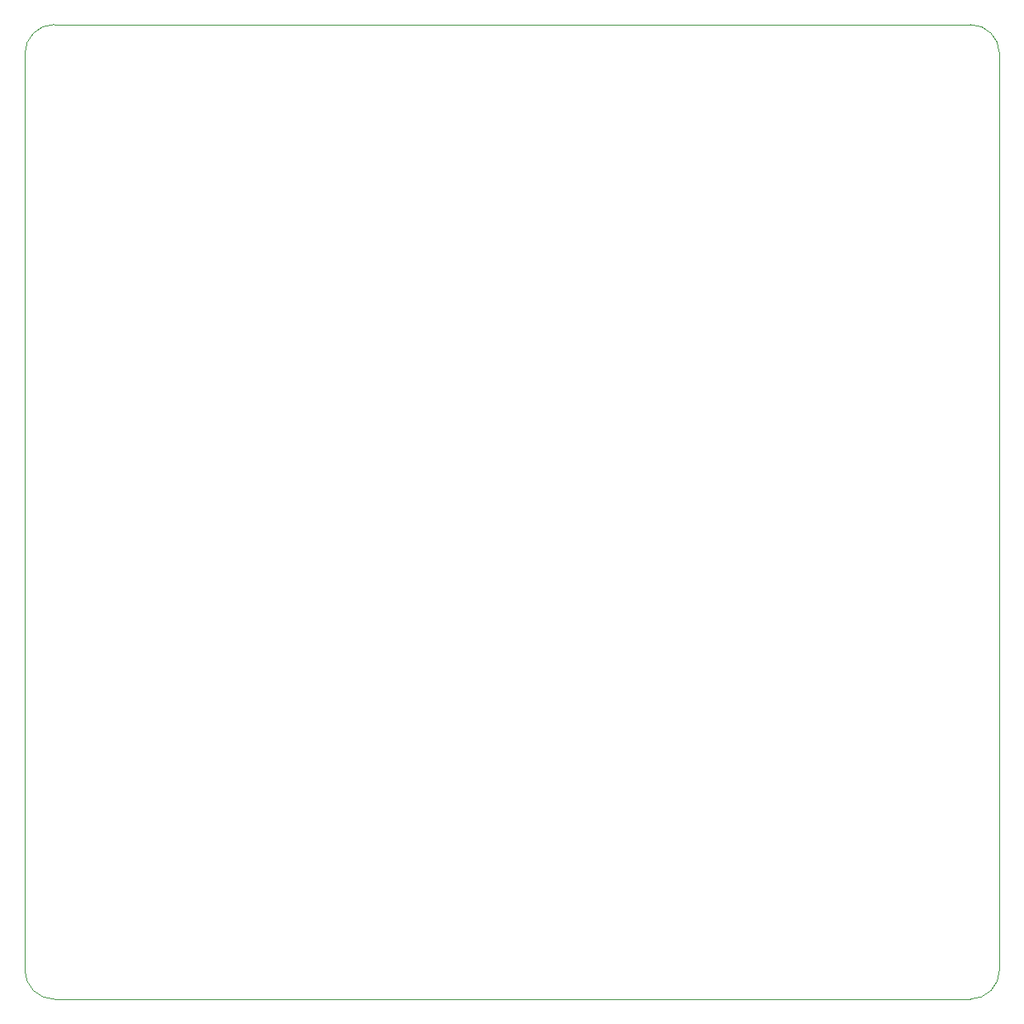
<source format=gm1>
G04 #@! TF.GenerationSoftware,KiCad,Pcbnew,7.0.10*
G04 #@! TF.CreationDate,2024-02-17T15:34:17+01:00*
G04 #@! TF.ProjectId,minigame,6d696e69-6761-46d6-952e-6b696361645f,1.0*
G04 #@! TF.SameCoordinates,Original*
G04 #@! TF.FileFunction,Profile,NP*
%FSLAX46Y46*%
G04 Gerber Fmt 4.6, Leading zero omitted, Abs format (unit mm)*
G04 Created by KiCad (PCBNEW 7.0.10) date 2024-02-17 15:34:17*
%MOMM*%
%LPD*%
G01*
G04 APERTURE LIST*
G04 #@! TA.AperFunction,Profile*
%ADD10C,0.100000*%
G04 #@! TD*
G04 APERTURE END LIST*
D10*
X181693380Y-150379980D02*
G75*
G03*
X184693380Y-147380003I20J2999980D01*
G01*
X184693380Y-53378448D02*
X184693380Y-147380003D01*
X84686397Y-147380003D02*
G75*
G03*
X87686418Y-150380003I3000003J3D01*
G01*
X84686418Y-147380003D02*
X84686418Y-53378448D01*
X181693380Y-150380003D02*
X87686418Y-150380003D01*
X87686418Y-50378448D02*
G75*
G03*
X84686418Y-53378448I2J-3000002D01*
G01*
X184693352Y-53378448D02*
G75*
G03*
X181693380Y-50378448I-2999952J48D01*
G01*
X87686418Y-50378448D02*
X181693380Y-50378448D01*
M02*

</source>
